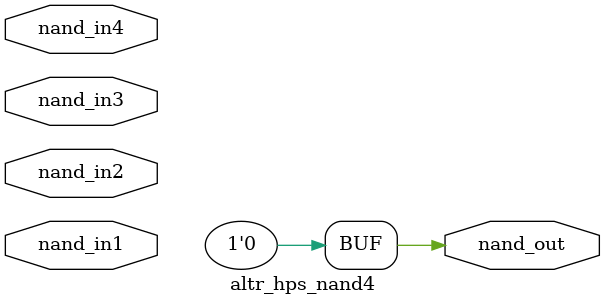
<source format=v>
module altr_hps_nand4(	// file.cleaned.mlir:2:3
  input  nand_in1,	// file.cleaned.mlir:2:32
         nand_in2,	// file.cleaned.mlir:2:51
         nand_in3,	// file.cleaned.mlir:2:70
         nand_in4,	// file.cleaned.mlir:2:89
  output nand_out	// file.cleaned.mlir:2:109
);

  assign nand_out = 1'h0;	// file.cleaned.mlir:3:14, :4:5
endmodule


</source>
